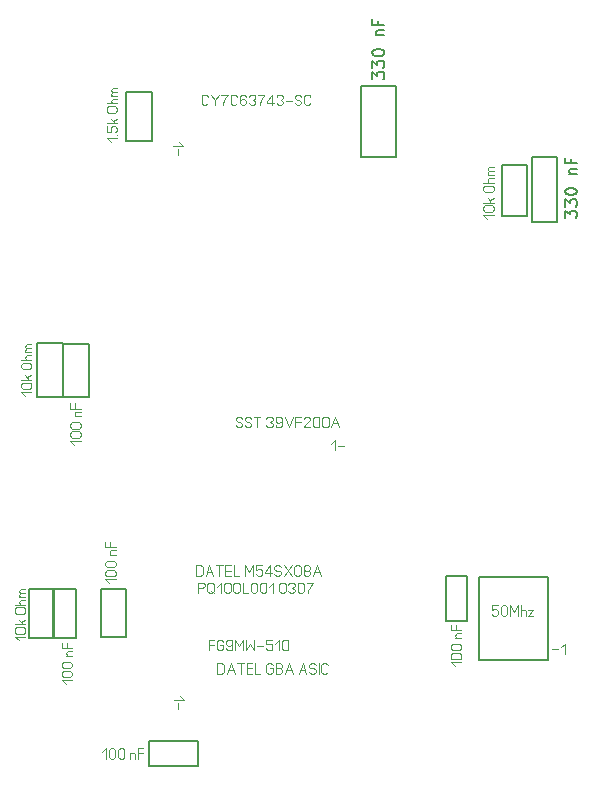
<source format=gbr>
%TF.GenerationSoftware,KiCad,Pcbnew,(6.0.2)*%
%TF.CreationDate,2022-07-19T18:02:22-05:00*%
%TF.ProjectId,REF1512B,52454631-3531-4324-922e-6b696361645f,rev?*%
%TF.SameCoordinates,Original*%
%TF.FileFunction,Legend,Top*%
%TF.FilePolarity,Positive*%
%FSLAX46Y46*%
G04 Gerber Fmt 4.6, Leading zero omitted, Abs format (unit mm)*
G04 Created by KiCad (PCBNEW (6.0.2)) date 2022-07-19 18:02:22*
%MOMM*%
%LPD*%
G01*
G04 APERTURE LIST*
%ADD10C,0.111000*%
%ADD11C,0.200000*%
%ADD12C,0.150000*%
G04 APERTURE END LIST*
D10*
X149046000Y-109211700D02*
X148912600Y-109267200D01*
X152068800Y-68976500D02*
X151935400Y-68921000D01*
X136425700Y-67965600D02*
X136814600Y-67965600D01*
X150775500Y-115410900D02*
X150775500Y-114855300D01*
X128569200Y-110797800D02*
X128647000Y-110731200D01*
X129035900Y-113388700D02*
X128147000Y-113388700D01*
X128535900Y-110931200D02*
X128569200Y-110797800D01*
X136314600Y-71267500D02*
X136425700Y-71200900D01*
X147188900Y-95797400D02*
X147322200Y-95853000D01*
X136966700Y-124689800D02*
X136900000Y-124578700D01*
X144658200Y-110735700D02*
X144524900Y-110680100D01*
X136695600Y-106867000D02*
X135806700Y-106867000D01*
X145647200Y-68532100D02*
X146180500Y-68532100D01*
X150468000Y-109267200D02*
X150601400Y-109211700D01*
D11*
X167413700Y-109346600D02*
X173287400Y-109346600D01*
D10*
X154578200Y-117506400D02*
X154444900Y-117561900D01*
X172035800Y-112140700D02*
X171635800Y-112640700D01*
X146375800Y-115577500D02*
X146509100Y-115522000D01*
X148613500Y-109902300D02*
X148680200Y-110013400D01*
X154179400Y-95964100D02*
X154246000Y-95853000D01*
X150698500Y-117173000D02*
X150765200Y-117284100D01*
X153134500Y-108656100D02*
X153067900Y-108767200D01*
X152713100Y-69365400D02*
X152646500Y-69254300D01*
X165223000Y-116349200D02*
X165111900Y-116282500D01*
X136403500Y-68299000D02*
X136314600Y-68165600D01*
X147535900Y-68921000D02*
X147669200Y-68976500D01*
X128680300Y-111308900D02*
X129035900Y-111308900D01*
X146109100Y-115522000D02*
X146242500Y-115577500D01*
X169836000Y-112474000D02*
X169769300Y-112585100D01*
X165556400Y-114536100D02*
X165478600Y-114469400D01*
X145641100Y-117561900D02*
X145307700Y-117561900D01*
X149953400Y-115410900D02*
X149886700Y-115522000D01*
X144213900Y-110013400D02*
X144213900Y-110124600D01*
X128662900Y-91436400D02*
X128718500Y-91303100D01*
X165945200Y-115238200D02*
X165945200Y-115371500D01*
X150646700Y-69421000D02*
X150513400Y-69421000D01*
X128480300Y-114744100D02*
X128147000Y-114410800D01*
X148779300Y-108711700D02*
X148912600Y-108711700D01*
X148991200Y-109902300D02*
X149124600Y-109846800D01*
X151071000Y-110013400D02*
X151071000Y-110569000D01*
X168294800Y-75012400D02*
X168683700Y-75012400D01*
X148166600Y-96408500D02*
X148099900Y-96297400D01*
X150231800Y-117117500D02*
X150565200Y-117117500D01*
X154379400Y-96686300D02*
X154246000Y-96630700D01*
X168858300Y-112640700D02*
X168724900Y-112640700D01*
X154644900Y-117395200D02*
X154578200Y-117506400D01*
X148313600Y-68532100D02*
X148446900Y-68587600D01*
X144791600Y-109846800D02*
X144924900Y-109902300D01*
X136189000Y-123912000D02*
X136322300Y-123856500D01*
X149654100Y-116673000D02*
X149787500Y-116673000D01*
X144553700Y-115133100D02*
X145020300Y-115133100D01*
X132830100Y-97377000D02*
X132830100Y-97243700D01*
X147699900Y-96630700D02*
X147833200Y-96686300D01*
X148891300Y-69198800D02*
X148891300Y-69421000D01*
X152646500Y-68698800D02*
X152713100Y-68587600D01*
X133004600Y-115399800D02*
X132115700Y-115399800D01*
X149257900Y-110735700D02*
X149124600Y-110735700D01*
X135806700Y-106867000D02*
X135806700Y-106400400D01*
X144553700Y-115577500D02*
X144553700Y-114688600D01*
X153468300Y-95853000D02*
X153601600Y-95797400D01*
X154646000Y-96630700D02*
X154512700Y-96686300D01*
X148485300Y-116673000D02*
X148485300Y-117561900D01*
X152511700Y-116673000D02*
X152845000Y-117561900D01*
X145980500Y-68809900D02*
X145847200Y-69032100D01*
X151091100Y-69032100D02*
X151624400Y-69032100D01*
X145988300Y-109267200D02*
X145988300Y-108378300D01*
D11*
X173287400Y-116411000D02*
X167413700Y-116411000D01*
D10*
X133163400Y-98154700D02*
X132830100Y-97821400D01*
X135806700Y-109124500D02*
X135806700Y-108991200D01*
X168683700Y-77670000D02*
X167794800Y-77670000D01*
X150565200Y-117561900D02*
X150231800Y-117561900D01*
X152934500Y-108822800D02*
X153067900Y-108878300D01*
X150690700Y-96630700D02*
X150757400Y-96519600D01*
X151782000Y-109902300D02*
X151848700Y-110013400D01*
X149654100Y-117561900D02*
X149520800Y-117506400D01*
X136695600Y-108991200D02*
X136695600Y-109124500D01*
X128718500Y-91303100D02*
X128829600Y-91236400D01*
D11*
X130028000Y-94146300D02*
X130028000Y-89582200D01*
D10*
X147188900Y-96686300D02*
X147322200Y-96630700D01*
X132830100Y-97243700D02*
X132885700Y-97110400D01*
X150912400Y-108378300D02*
X151579100Y-109267200D01*
X153868300Y-96630700D02*
X153735000Y-96686300D01*
X151935400Y-68587600D02*
X152068800Y-68532100D01*
X133719000Y-97377000D02*
X133663400Y-97510400D01*
X168591600Y-112140700D02*
X168724900Y-112085100D01*
X168724900Y-112085100D02*
X168858300Y-112085100D01*
X146855600Y-96519600D02*
X146922200Y-96630700D01*
X147966600Y-95797400D02*
X148099900Y-95853000D01*
X136195600Y-107311400D02*
X136228900Y-107178100D01*
X153134500Y-109100600D02*
X153067900Y-109211700D01*
X138579800Y-124745400D02*
X138579800Y-123856500D01*
X138135400Y-124245400D02*
X138268700Y-124278700D01*
X135973300Y-109324500D02*
X135862200Y-109257900D01*
X128680300Y-111708900D02*
X128569200Y-111642200D01*
X146724700Y-109902300D02*
X146858000Y-109846800D01*
X149124600Y-110735700D02*
X148991200Y-110680100D01*
X128147000Y-113966400D02*
X128147000Y-113833100D01*
X148099900Y-96630700D02*
X148166600Y-96519600D01*
X135862200Y-109257900D02*
X135806700Y-109124500D01*
X151648700Y-110735700D02*
X151515400Y-110735700D01*
X129551800Y-92671800D02*
X128662900Y-92671800D01*
X146213700Y-110735700D02*
X146080400Y-110735700D01*
X144991600Y-110569000D02*
X144924900Y-110680100D01*
X144291700Y-69421000D02*
X144158400Y-69421000D01*
X145598100Y-114688600D02*
X145731400Y-114744200D01*
D11*
X173287400Y-109346600D02*
X173287400Y-116411000D01*
D10*
X129162900Y-90014300D02*
X129551800Y-90014300D01*
X153601600Y-95797400D02*
X153735000Y-95797400D01*
X146347000Y-109902300D02*
X146413700Y-110013400D01*
X154712700Y-96519600D02*
X154646000Y-96630700D01*
X147699900Y-96186300D02*
X147633200Y-96075200D01*
X147774200Y-117117500D02*
X148240900Y-117117500D01*
X136092400Y-69521100D02*
X136647900Y-69521100D01*
X165889700Y-116282500D02*
X165778600Y-116349200D01*
X132830100Y-95119500D02*
X132830100Y-94652900D01*
X142005700Y-120004900D02*
X142005700Y-120538300D01*
X128718500Y-91703100D02*
X128662900Y-91569700D01*
X149787500Y-117561900D02*
X149654100Y-117561900D01*
X146858000Y-109846800D02*
X146991400Y-109846800D01*
X143988500Y-109211700D02*
X143855100Y-109267200D01*
X152646500Y-69254300D02*
X152646500Y-68698800D01*
X150468000Y-108378300D02*
X150601400Y-108433900D01*
X136695600Y-107511400D02*
X136195600Y-107511400D01*
X150380000Y-69365400D02*
X150313400Y-69254300D01*
X136314600Y-68165600D02*
X136347900Y-68032300D01*
X144632800Y-108378300D02*
X144966200Y-109267200D01*
X169502600Y-112640700D02*
X169369300Y-112585100D01*
X152311700Y-117228600D02*
X152711700Y-117228600D01*
D11*
X174041500Y-73786600D02*
X171898400Y-73786600D01*
D10*
X150668000Y-108989400D02*
X150601400Y-108878300D01*
X132837900Y-116546300D02*
X132949100Y-116613000D01*
X151335100Y-96686300D02*
X151668400Y-95797400D01*
X165889700Y-115104800D02*
X165945200Y-115238200D01*
X150604300Y-110680100D02*
X150537600Y-110569000D01*
X152290200Y-108433900D02*
X152356800Y-108545000D01*
X153067900Y-108767200D02*
X152934500Y-108822800D01*
X150231800Y-116673000D02*
X150565200Y-116673000D01*
X167850300Y-76301200D02*
X167961500Y-76234500D01*
X128202500Y-114099700D02*
X128147000Y-113966400D01*
X129551800Y-90347600D02*
X129051800Y-90347600D01*
X136759100Y-69987700D02*
X136647900Y-70054400D01*
X152093000Y-110569000D02*
X152093000Y-110013400D01*
X136695600Y-108213500D02*
X136695600Y-108346800D01*
X148397900Y-115577500D02*
X148397900Y-114688600D01*
X147669200Y-69365400D02*
X147535900Y-69421000D01*
X146991400Y-109846800D02*
X147124700Y-109902300D01*
X128647000Y-110731200D02*
X129035900Y-110731200D01*
X153622800Y-117395200D02*
X153622800Y-117284100D01*
X146375800Y-114688600D02*
X146509100Y-114744200D01*
X136314600Y-71734200D02*
X136314600Y-71667500D01*
X149646400Y-95797400D02*
X149779700Y-95797400D01*
X143958400Y-69254300D02*
X143958400Y-68698800D01*
X147486800Y-114688600D02*
X147486800Y-115577500D01*
X149112600Y-109100600D02*
X149046000Y-109211700D01*
X149457900Y-110013400D02*
X149457900Y-110569000D01*
X129496200Y-91703100D02*
X129385100Y-91769700D01*
X165111900Y-115882500D02*
X165223000Y-115815900D01*
X150468000Y-108822800D02*
X150334700Y-108822800D01*
X170991400Y-112285100D02*
X171058100Y-112174000D01*
X135973300Y-108791200D02*
X136528900Y-108791200D01*
D11*
X135425600Y-114426600D02*
X135425600Y-110378500D01*
D10*
X152156800Y-108378300D02*
X152290200Y-108433900D01*
X145841100Y-116839700D02*
X145841100Y-117395200D01*
X146375800Y-115188600D02*
X146242500Y-115188600D01*
X154178200Y-116728600D02*
X154311500Y-116673000D01*
X132837900Y-117857300D02*
X132282400Y-117857300D01*
X146922200Y-96630700D02*
X147055600Y-96686300D01*
X148480200Y-110735700D02*
X148346800Y-110735700D01*
D11*
X132250600Y-94106600D02*
X132250600Y-89621900D01*
D10*
X152426400Y-109846800D02*
X152559700Y-109902300D01*
X169058300Y-112474000D02*
X168991600Y-112585100D01*
X132282400Y-117324000D02*
X132837900Y-117324000D01*
X149886700Y-115522000D02*
X149753400Y-115577500D01*
X136347900Y-68365600D02*
X136425700Y-68299000D01*
X128147000Y-112153300D02*
X128202500Y-112019900D01*
X129051800Y-89881000D02*
X129085100Y-89747600D01*
X145531400Y-115133100D02*
X145798100Y-115133100D01*
X147402600Y-68532100D02*
X147269200Y-68587600D01*
X168272600Y-75345800D02*
X168183700Y-75212400D01*
X153337400Y-109957900D02*
X153204100Y-110124600D01*
X154379400Y-95797400D02*
X154512700Y-95797400D01*
X165111900Y-115104800D02*
X165223000Y-115038200D01*
X174716000Y-115006200D02*
X174716000Y-115895000D01*
X133663400Y-96332700D02*
X133719000Y-96466000D01*
X146758200Y-68532100D02*
X146891500Y-68587600D01*
X150780000Y-68587600D02*
X150846700Y-68698800D01*
D11*
X131417100Y-110378500D02*
X133322100Y-110378500D01*
D10*
X155090400Y-96353000D02*
X155490400Y-96353000D01*
X147202600Y-68976500D02*
X147202600Y-69032100D01*
X148991200Y-110680100D02*
X148924600Y-110569000D01*
X147153500Y-115244200D02*
X147486800Y-114688600D01*
X149112600Y-108378300D02*
X148579300Y-108378300D01*
X135925700Y-71200900D02*
X135925700Y-71734200D01*
X147191400Y-110569000D02*
X147124700Y-110680100D01*
X150842100Y-114744200D02*
X150975500Y-114688600D01*
X132171300Y-117390700D02*
X132282400Y-117324000D01*
X153157300Y-96686300D02*
X152624000Y-96686300D01*
X145464800Y-114688600D02*
X145598100Y-114688600D01*
X136814600Y-69721100D02*
X136814600Y-69854400D01*
X150134700Y-109100600D02*
X150201400Y-109211700D01*
X136695600Y-108346800D02*
X136640000Y-108480200D01*
X148446900Y-68921000D02*
X148313600Y-68976500D01*
X168683700Y-76567800D02*
X168628100Y-76701200D01*
X145264800Y-114855300D02*
X145331400Y-114744200D01*
D11*
X139751500Y-68309700D02*
X139751500Y-72437200D01*
D10*
X151912800Y-95797400D02*
X152379500Y-95797400D01*
X149520800Y-117506400D02*
X149454100Y-117395200D01*
X152202100Y-68532100D02*
X152335400Y-68587600D01*
X135862200Y-108480200D02*
X135806700Y-108346800D01*
X147668200Y-109267200D02*
X147668200Y-108378300D01*
X147699900Y-95853000D02*
X147833200Y-95797400D01*
X168517000Y-77914300D02*
X168628100Y-77981000D01*
X133004600Y-116746300D02*
X133004600Y-116879600D01*
X154912100Y-98075400D02*
X155245400Y-97742100D01*
X150313400Y-68698800D02*
X150380000Y-68587600D01*
X151004300Y-110680100D02*
X150871000Y-110735700D01*
X154311500Y-117561900D02*
X154178200Y-117506400D01*
X153156100Y-116728600D02*
X153289400Y-116673000D01*
X151935400Y-69365400D02*
X152068800Y-69421000D01*
X144025000Y-68587600D02*
X144158400Y-68532100D01*
X151782000Y-110346800D02*
X151848700Y-110457900D01*
X133552300Y-97577000D02*
X132996800Y-97577000D01*
X168217000Y-75079100D02*
X168294800Y-75012400D01*
X153067900Y-108878300D02*
X153134500Y-108989400D01*
X153422800Y-116673000D02*
X153556100Y-116728600D01*
X147535900Y-68532100D02*
X147402600Y-68532100D01*
X148146800Y-110013400D02*
X148213500Y-109902300D01*
X150975500Y-115577500D02*
X150842100Y-115522000D01*
X153004100Y-110513400D02*
X153004100Y-110735700D01*
X128813600Y-113388700D02*
X128535900Y-112988700D01*
X132949100Y-117790700D02*
X132837900Y-117857300D01*
X152068800Y-69421000D02*
X152202100Y-69421000D01*
X144158400Y-69421000D02*
X144025000Y-69365400D01*
X128147000Y-113833100D02*
X128202500Y-113699700D01*
X132615700Y-115644200D02*
X133004600Y-115644200D01*
X150604300Y-109902300D02*
X150737600Y-109846800D01*
X135973300Y-108546800D02*
X135862200Y-108480200D01*
X150601400Y-108878300D02*
X150468000Y-108822800D01*
X144432800Y-108933900D02*
X144832800Y-108933900D01*
X136814600Y-69276700D02*
X135925700Y-69276700D01*
X150757400Y-95964100D02*
X150757400Y-96241800D01*
D11*
X169437700Y-74461300D02*
X171541200Y-74461300D01*
D10*
X136528900Y-109324500D02*
X135973300Y-109324500D01*
X154246000Y-96630700D02*
X154179400Y-96519600D01*
X148513600Y-68809900D02*
X148446900Y-68921000D01*
X135806700Y-108991200D02*
X135862200Y-108857900D01*
X147633200Y-96075200D02*
X147633200Y-95964100D01*
X133663400Y-97110400D02*
X133719000Y-97243700D01*
X150334700Y-108822800D02*
X150201400Y-108767200D01*
X168683700Y-76434500D02*
X168683700Y-76567800D01*
X129551800Y-93116200D02*
X129551800Y-93249500D01*
X149913000Y-96630700D02*
X149779700Y-96686300D01*
X135925700Y-72223000D02*
X136814600Y-72223000D01*
X153404100Y-109846800D02*
X153337400Y-109957900D01*
X152356800Y-108545000D02*
X152356800Y-109100600D01*
X152601200Y-108656100D02*
X152601200Y-108545000D01*
X146820200Y-115577500D02*
X146820200Y-114688600D01*
X150698500Y-117506400D02*
X150565200Y-117561900D01*
X128569200Y-111375600D02*
X128680300Y-111308900D01*
X152335400Y-69032100D02*
X152202100Y-68976500D01*
X167794800Y-78114300D02*
X167850300Y-77981000D01*
X150537600Y-110013400D02*
X150604300Y-109902300D01*
X143855100Y-109267200D02*
X143521800Y-109267200D01*
X136259100Y-72556300D02*
X135925700Y-72223000D01*
X168524900Y-112140700D02*
X168591600Y-112140700D01*
X129196200Y-90992000D02*
X129085100Y-90925400D01*
X147402600Y-69421000D02*
X147269200Y-69365400D01*
X149935700Y-68532100D02*
X149535700Y-69087600D01*
X165056400Y-116015900D02*
X165111900Y-115882500D01*
X137433300Y-124578700D02*
X137366700Y-124689800D01*
X136314600Y-68499000D02*
X136347900Y-68365600D01*
X150290700Y-95853000D02*
X150424000Y-95797400D01*
X150201400Y-108433900D02*
X150334700Y-108378300D01*
X129385100Y-91769700D02*
X128829600Y-91769700D01*
X145731400Y-114744200D02*
X145798100Y-114855300D01*
X148411000Y-95797400D02*
X148944300Y-95797400D01*
X145780500Y-69198800D02*
X145780500Y-69421000D01*
X148924600Y-110013400D02*
X148991200Y-109902300D01*
D11*
X129353400Y-114506000D02*
X129353400Y-110378500D01*
D10*
X152290200Y-109211700D02*
X152156800Y-109267200D01*
D11*
X132250600Y-89582200D02*
X132250600Y-94146300D01*
D10*
X150557400Y-96297400D02*
X150424000Y-96297400D01*
X150846700Y-68698800D02*
X150846700Y-68809900D01*
X147735900Y-68698800D02*
X147669200Y-68587600D01*
X153735000Y-96686300D02*
X153601600Y-96686300D01*
X147388900Y-96519600D02*
X147388900Y-96408500D01*
X132837900Y-117324000D02*
X132949100Y-117390700D01*
X144213900Y-110124600D02*
X144147200Y-110235700D01*
X148912600Y-108711700D02*
X149046000Y-108767200D01*
D11*
X137568700Y-110378500D02*
X137568700Y-114426600D01*
D10*
X149920800Y-116728600D02*
X149987500Y-116839700D01*
D11*
X137568700Y-114426600D02*
X135425600Y-114426600D01*
D10*
X153089400Y-117395200D02*
X153156100Y-117506400D01*
D11*
X133322100Y-114506000D02*
X131417100Y-114506000D01*
D10*
X128535900Y-110597800D02*
X128569200Y-110464500D01*
X168217000Y-75656800D02*
X168328100Y-75590200D01*
X154646000Y-95853000D02*
X154712700Y-95964100D01*
X132949100Y-117390700D02*
X133004600Y-117524000D01*
X150780000Y-68921000D02*
X150646700Y-68976500D01*
X168628100Y-77981000D02*
X168683700Y-78114300D01*
D11*
X131456800Y-114506000D02*
X129353400Y-114506000D01*
D10*
X148313600Y-68976500D02*
X148446900Y-69032100D01*
X128662900Y-93116200D02*
X128718500Y-92982900D01*
X148180300Y-68532100D02*
X148313600Y-68532100D01*
X136592400Y-70956500D02*
X136314600Y-70556500D01*
X149953400Y-115188600D02*
X149953400Y-115410900D01*
X146855600Y-95964100D02*
X146922200Y-95853000D01*
X149935700Y-69421000D02*
X149935700Y-68532100D01*
X167961500Y-77914300D02*
X168517000Y-77914300D01*
X128313600Y-114166400D02*
X128202500Y-114099700D01*
X144791600Y-110735700D02*
X144658200Y-110735700D01*
X149753400Y-115577500D02*
X149620100Y-115577500D01*
X150224000Y-96130700D02*
X150224000Y-95964100D01*
X144147200Y-109902300D02*
X144213900Y-110013400D01*
X171391400Y-112285100D02*
X171391400Y-112640700D01*
X165223000Y-115815900D02*
X165778600Y-115815900D01*
X152624000Y-96686300D02*
X152624000Y-96630700D01*
X147731300Y-114688600D02*
X147731300Y-115577500D01*
X147191400Y-110013400D02*
X147191400Y-110569000D01*
X152846500Y-69421000D02*
X152713100Y-69365400D01*
X165945200Y-116015900D02*
X165945200Y-116149200D01*
X135877900Y-123856500D02*
X135877900Y-124745400D01*
X149535700Y-69198800D02*
X150069000Y-69198800D01*
X133219000Y-95563900D02*
X133252300Y-95430600D01*
X129085100Y-90081000D02*
X129162900Y-90014300D01*
X152690600Y-96519600D02*
X153090600Y-96186300D01*
X148642400Y-115188600D02*
X149175700Y-115188600D01*
X148579300Y-108767200D02*
X148646000Y-108767200D01*
X149291300Y-68532100D02*
X149224600Y-68643200D01*
X150757400Y-96519600D02*
X150757400Y-96241800D01*
X136347900Y-68943400D02*
X136459100Y-68876700D01*
X168217000Y-74745800D02*
X168294800Y-74679100D01*
X148180300Y-69421000D02*
X148046900Y-69365400D01*
X146575800Y-115410900D02*
X146575800Y-115133100D01*
X165478600Y-114202800D02*
X165556400Y-114136100D01*
X148680200Y-110569000D02*
X148613500Y-110680100D01*
X132282400Y-116546300D02*
X132837900Y-116546300D01*
X150780000Y-69032100D02*
X150846700Y-69143200D01*
X133004600Y-117657300D02*
X132949100Y-117790700D01*
X152846500Y-68532100D02*
X152979800Y-68532100D01*
X138335400Y-124356500D02*
X138335400Y-124745400D01*
X147731300Y-115577500D02*
X148064600Y-115022000D01*
X136814600Y-71534200D02*
X136759100Y-71667500D01*
X149420100Y-115077500D02*
X149486700Y-115077500D01*
X138268700Y-124278700D02*
X138335400Y-124356500D01*
X149620100Y-115022000D02*
X149753400Y-115022000D01*
X132282400Y-117079600D02*
X132171300Y-117013000D01*
X133719000Y-95763900D02*
X133219000Y-95763900D01*
D11*
X137529000Y-68309700D02*
X139751500Y-68309700D01*
D10*
X146922200Y-96186300D02*
X146855600Y-96075200D01*
X151648700Y-110291200D02*
X151782000Y-110346800D01*
X146858000Y-110735700D02*
X146724700Y-110680100D01*
X168683700Y-75990200D02*
X167794800Y-75990200D01*
X132615700Y-116044200D02*
X132537900Y-115977600D01*
X148613500Y-110680100D02*
X148480200Y-110735700D01*
X149979700Y-96519600D02*
X149913000Y-96630700D01*
X153204100Y-110124600D02*
X153070800Y-110346800D01*
D11*
X132250600Y-89621900D02*
X134473000Y-89621900D01*
X169437700Y-78787200D02*
X169437700Y-74461300D01*
D10*
X146042500Y-115022000D02*
X146042500Y-114855300D01*
X168991600Y-112140700D02*
X169058300Y-112251800D01*
D11*
X167413700Y-116411000D02*
X167413700Y-109346600D01*
D10*
X152957300Y-95797400D02*
X152824000Y-95797400D01*
X147774200Y-116673000D02*
X148240900Y-116673000D01*
D11*
X160428700Y-67793800D02*
X160428700Y-73786600D01*
D10*
X145307700Y-117561900D02*
X145307700Y-116673000D01*
X136759100Y-71667500D02*
X136647900Y-71734200D01*
X144013900Y-110291200D02*
X143680600Y-110291200D01*
X128569200Y-110464500D02*
X128647000Y-110397800D01*
D11*
X157452100Y-73786600D02*
X157452100Y-67793800D01*
D10*
X147669200Y-68976500D02*
X147735900Y-69087600D01*
X149357000Y-109045000D02*
X149890300Y-109045000D01*
X128980300Y-112019900D02*
X129035900Y-112153300D01*
X132996800Y-96266000D02*
X133552300Y-96266000D01*
X132996800Y-96799300D02*
X132885700Y-96732700D01*
X149391200Y-109902300D02*
X149457900Y-110013400D01*
X136528900Y-108546800D02*
X135973300Y-108546800D01*
X149779700Y-96241800D02*
X149913000Y-96297400D01*
X135806700Y-109568900D02*
X136695600Y-109568900D01*
X133719000Y-95119500D02*
X132830100Y-95119500D01*
X151868800Y-69254300D02*
X151935400Y-69365400D01*
X136900000Y-124023100D02*
X136966700Y-123912000D01*
X136251100Y-106867000D02*
X136251100Y-106400400D01*
D11*
X157452100Y-67793800D02*
X160428700Y-67793800D01*
D10*
X153067900Y-108433900D02*
X153134500Y-108545000D01*
X136459100Y-68876700D02*
X136814600Y-68876700D01*
X149757000Y-108378300D02*
X149357000Y-108933900D01*
X146699400Y-109267200D02*
X147166100Y-109267200D01*
X150537600Y-110569000D02*
X150537600Y-110013400D01*
X144291700Y-68532100D02*
X144425000Y-68587600D01*
X150134700Y-108656100D02*
X150134700Y-108545000D01*
X133719000Y-97243700D02*
X133719000Y-97377000D01*
X151315400Y-110013400D02*
X151382000Y-109902300D01*
X146575800Y-114855300D02*
X146575800Y-115133100D01*
X146413700Y-110013400D02*
X146413700Y-110569000D01*
X148334900Y-108378300D02*
X148334900Y-109267200D01*
X150557400Y-95797400D02*
X150690700Y-95853000D01*
X132830100Y-97821400D02*
X133719000Y-97821400D01*
X143855100Y-108378300D02*
X143988500Y-108433900D01*
X136347900Y-69210000D02*
X136314600Y-69076700D01*
X151868800Y-68698800D02*
X151935400Y-68587600D01*
X148213500Y-109902300D02*
X148346800Y-109846800D01*
X149257900Y-109846800D02*
X149391200Y-109902300D01*
X151848700Y-110124600D02*
X151782000Y-110235700D01*
X147633200Y-95964100D02*
X147699900Y-95853000D01*
X152601200Y-109100600D02*
X152601200Y-108989400D01*
X146758200Y-69421000D02*
X146624900Y-69421000D01*
X151868800Y-68809900D02*
X151868800Y-68698800D01*
X132830100Y-96466000D02*
X132885700Y-96332700D01*
X129035900Y-112286600D02*
X128980300Y-112419900D01*
X149886700Y-115077500D02*
X149953400Y-115188600D01*
X147055600Y-95797400D02*
X147188900Y-95797400D01*
X152690600Y-95853000D02*
X152624000Y-95964100D01*
X151935400Y-68921000D02*
X151868800Y-68809900D01*
X149513000Y-96630700D02*
X149446400Y-96519600D01*
X165056400Y-115371500D02*
X165056400Y-115238200D01*
D11*
X164635600Y-109306900D02*
X164635600Y-113116900D01*
D10*
X152202100Y-69421000D02*
X152335400Y-69365400D01*
X149787500Y-116673000D02*
X149920800Y-116728600D01*
X136528900Y-108791200D02*
X136640000Y-108857900D01*
X129329600Y-92671800D02*
X129051800Y-92271800D01*
X169769300Y-112585100D02*
X169636000Y-112640700D01*
X145774400Y-116728600D02*
X145841100Y-116839700D01*
X150668000Y-109100600D02*
X150668000Y-108989400D01*
X147124700Y-110680100D02*
X146991400Y-110735700D01*
X143521800Y-108378300D02*
X143855100Y-108378300D01*
X148346800Y-110735700D02*
X148213500Y-110680100D01*
X152824000Y-95797400D02*
X152690600Y-95853000D01*
X146891500Y-68587600D02*
X146958200Y-68698800D01*
X136189000Y-124689800D02*
X136122300Y-124578700D01*
X147263200Y-117561900D02*
X147263200Y-116673000D01*
X153712200Y-108378300D02*
X154045600Y-109267200D01*
X149913000Y-95853000D02*
X149979700Y-95964100D01*
X128980300Y-113699700D02*
X129035900Y-113833100D01*
X146509100Y-114744200D02*
X146575800Y-114855300D01*
X146658000Y-110569000D02*
X146658000Y-110013400D01*
X132171300Y-116613000D02*
X132282400Y-116546300D01*
X129035900Y-113833100D02*
X129035900Y-113966400D01*
X154444900Y-116673000D02*
X154578200Y-116728600D01*
X152870800Y-109846800D02*
X153404100Y-109846800D01*
X142093000Y-72556300D02*
X142426300Y-72889600D01*
X168183700Y-75790200D02*
X168217000Y-75656800D01*
X150565200Y-116673000D02*
X150698500Y-116728600D01*
X153401600Y-95964100D02*
X153468300Y-95853000D01*
X143680600Y-110735700D02*
X143680600Y-109846800D01*
X128702500Y-113188700D02*
X129035900Y-112988700D01*
X151108800Y-114688600D02*
X151242100Y-114744200D01*
X152335400Y-68587600D02*
X152402100Y-68698800D01*
X165445200Y-114336100D02*
X165478600Y-114202800D01*
X153935000Y-96519600D02*
X153868300Y-96630700D01*
X128147000Y-114410800D02*
X129035900Y-114410800D01*
X171324800Y-112174000D02*
X171391400Y-112285100D01*
X150557400Y-96686300D02*
X150690700Y-96630700D01*
X167961500Y-78447600D02*
X167850300Y-78381000D01*
X147402600Y-68921000D02*
X147535900Y-68921000D01*
X136228900Y-107178100D02*
X136306700Y-107111400D01*
X129035900Y-111708900D02*
X128147000Y-111708900D01*
X146109100Y-115133100D02*
X146042500Y-115022000D01*
X136259100Y-71400900D02*
X136314600Y-71267500D01*
X168328100Y-75590200D02*
X168683700Y-75590200D01*
X144524900Y-109902300D02*
X144658200Y-109846800D01*
D11*
X171898400Y-79303200D02*
X174041500Y-79303200D01*
D10*
X149535700Y-69087600D02*
X149535700Y-69198800D01*
X150424000Y-96686300D02*
X150557400Y-96686300D01*
X150690700Y-95853000D02*
X150757400Y-95964100D01*
X136695600Y-109124500D02*
X136640000Y-109257900D01*
X153422800Y-117561900D02*
X153556100Y-117506400D01*
X150780000Y-69365400D02*
X150646700Y-69421000D01*
X136640000Y-108080200D02*
X136695600Y-108213500D01*
X144013900Y-109846800D02*
X144147200Y-109902300D01*
X150201400Y-108767200D02*
X150134700Y-108656100D01*
X146347000Y-110680100D02*
X146213700Y-110735700D01*
X136900000Y-124578700D02*
X136900000Y-124023100D01*
X132449100Y-118435000D02*
X132115700Y-118101700D01*
X150424000Y-96297400D02*
X150290700Y-96241800D01*
X148446900Y-69032100D02*
X148513600Y-69143200D01*
X145880400Y-110569000D02*
X145880400Y-110013400D01*
X149779700Y-95797400D02*
X149913000Y-95853000D01*
X150846700Y-69254300D02*
X150780000Y-69365400D01*
X138002100Y-124278700D02*
X138135400Y-124245400D01*
D11*
X134473000Y-89621900D02*
X134473000Y-94106600D01*
D10*
X128569200Y-111642200D02*
X128535900Y-111508900D01*
X129085100Y-90658700D02*
X129196200Y-90592000D01*
X171191400Y-112140700D02*
X171324800Y-112174000D01*
X150765200Y-116839700D02*
X150765200Y-116950800D01*
X136647900Y-70054400D02*
X136092400Y-70054400D01*
X152159700Y-110680100D02*
X152093000Y-110569000D01*
X136759100Y-71267500D02*
X136814600Y-71400900D01*
X165889700Y-115882500D02*
X165945200Y-116015900D01*
X144055100Y-109100600D02*
X143988500Y-109211700D01*
X151242100Y-114744200D02*
X151308800Y-114855300D01*
X146509100Y-115522000D02*
X146575800Y-115410900D01*
X148579300Y-108378300D02*
X148579300Y-108767200D01*
X129140700Y-90347600D02*
X129051800Y-90214300D01*
X136306700Y-107111400D02*
X136695600Y-107111400D01*
X149987500Y-117395200D02*
X149920800Y-117506400D01*
X136589000Y-124689800D02*
X136455600Y-124745400D01*
X136322300Y-124745400D02*
X136189000Y-124689800D01*
X132885700Y-96332700D02*
X132996800Y-96266000D01*
X147435800Y-110735700D02*
X147902400Y-110735700D01*
X132885700Y-97110400D02*
X132996800Y-97043700D01*
X150601400Y-108433900D02*
X150668000Y-108545000D01*
X136425700Y-71200900D02*
X136647900Y-71200900D01*
X144458200Y-110569000D02*
X144458200Y-110013400D01*
D11*
X143680600Y-125380400D02*
X139473700Y-125380400D01*
D10*
X143988500Y-108433900D02*
X144055100Y-108545000D01*
X152356800Y-109100600D02*
X152290200Y-109211700D01*
X148446900Y-69365400D02*
X148313600Y-69421000D01*
X152093000Y-110013400D02*
X152159700Y-109902300D01*
X136759100Y-69587700D02*
X136814600Y-69721100D01*
X146491500Y-69365400D02*
X146424900Y-69254300D01*
X148646000Y-108767200D02*
X148779300Y-108711700D01*
X151382000Y-109902300D02*
X151515400Y-109846800D01*
X147735900Y-69254300D02*
X147669200Y-69365400D01*
X151648700Y-109846800D02*
X151782000Y-109902300D01*
X145988300Y-108378300D02*
X146455000Y-108378300D01*
X136314600Y-71667500D02*
X136259100Y-71534200D01*
X150871000Y-109846800D02*
X151004300Y-109902300D01*
X136455600Y-123856500D02*
X136589000Y-123912000D01*
X151515400Y-110735700D02*
X151382000Y-110680100D01*
X153401600Y-96519600D02*
X153401600Y-95964100D01*
X151342900Y-116673000D02*
X151676200Y-117561900D01*
X146109100Y-114744200D02*
X146242500Y-114688600D01*
X147966600Y-96686300D02*
X148099900Y-96630700D01*
X146180500Y-68532100D02*
X146113800Y-68643200D01*
X152626400Y-110013400D02*
X152626400Y-110569000D01*
X137233300Y-124745400D02*
X137100000Y-124745400D01*
X148099900Y-96297400D02*
X147966600Y-96241800D01*
X168991600Y-112585100D02*
X168858300Y-112640700D01*
X152934500Y-109267200D02*
X152801200Y-109267200D01*
X152979800Y-69421000D02*
X152846500Y-69421000D01*
X165889700Y-115504800D02*
X165778600Y-115571500D01*
X168683700Y-78114300D02*
X168683700Y-78247600D01*
D11*
X166461200Y-109306900D02*
X164635600Y-109306900D01*
D10*
X148924600Y-110569000D02*
X148924600Y-110013400D01*
X144491700Y-69254300D02*
X144425000Y-69365400D01*
X148001500Y-108933900D02*
X148334900Y-108378300D01*
X148680200Y-110013400D02*
X148680200Y-110569000D01*
X147055600Y-96686300D02*
X147188900Y-96686300D01*
X144991600Y-110013400D02*
X144991600Y-110569000D01*
D11*
X131417100Y-114506000D02*
X131417100Y-110378500D01*
X171898400Y-73786600D02*
X171898400Y-79303200D01*
D10*
X153556100Y-116728600D02*
X153622800Y-116839700D01*
X171635800Y-112140700D02*
X172035800Y-112140700D01*
X151912800Y-96241800D02*
X152379500Y-96241800D01*
X144736100Y-68532100D02*
X145069400Y-68976500D01*
X151071000Y-110569000D02*
X151004300Y-110680100D01*
X133330100Y-95763900D02*
X133252300Y-95697300D01*
X129085100Y-89747600D02*
X129162900Y-89681000D01*
X151108800Y-115577500D02*
X150975500Y-115577500D01*
X167794800Y-76567800D02*
X167794800Y-76434500D01*
X153156100Y-117061900D02*
X153089400Y-116950800D01*
X132171300Y-117013000D02*
X132115700Y-116879600D01*
X153422800Y-117117500D02*
X153289400Y-117117500D01*
X137935400Y-124745400D02*
X137935400Y-124245400D01*
X146575800Y-115133100D02*
X146575800Y-115077500D01*
X144458200Y-110013400D02*
X144524900Y-109902300D01*
D11*
X134473000Y-94106600D02*
X132250600Y-94106600D01*
D10*
X137935400Y-124356500D02*
X138002100Y-124278700D01*
X149486700Y-115522000D02*
X149420100Y-115410900D01*
X142172400Y-119427200D02*
X142505700Y-119760600D01*
X145331400Y-114744200D02*
X145464800Y-114688600D01*
X149454100Y-117395200D02*
X149454100Y-116839700D01*
X152667900Y-108767200D02*
X152601200Y-108656100D01*
X150134700Y-108545000D02*
X150201400Y-108433900D01*
X153134500Y-108545000D02*
X153134500Y-108656100D01*
X136481300Y-70756500D02*
X136814600Y-70556500D01*
X133252300Y-95697300D02*
X133219000Y-95563900D01*
X152559700Y-109902300D02*
X152626400Y-110013400D01*
X147322200Y-96630700D02*
X147388900Y-96519600D01*
X148346800Y-109846800D02*
X148480200Y-109846800D01*
X150201400Y-109211700D02*
X150334700Y-109267200D01*
X168683700Y-78247600D02*
X168628100Y-78381000D01*
X150912400Y-109267200D02*
X151579100Y-108378300D01*
D11*
X139473700Y-125380400D02*
X139473700Y-123276900D01*
D10*
X169058300Y-111751800D02*
X168524900Y-111751800D01*
X128869200Y-114166400D02*
X128313600Y-114166400D01*
X128535900Y-111508900D02*
X128569200Y-111375600D01*
X165500800Y-113891700D02*
X165500800Y-113425000D01*
X128829600Y-93449500D02*
X128718500Y-93382900D01*
X147202600Y-69254300D02*
X147202600Y-68976500D01*
X165056400Y-116149200D02*
X165056400Y-116015900D01*
X153378900Y-109267200D02*
X153712200Y-108378300D01*
X144055100Y-108545000D02*
X144055100Y-109100600D01*
X128980300Y-114099700D02*
X128869200Y-114166400D01*
X129551800Y-93249500D02*
X129496200Y-93382900D01*
D11*
X131456800Y-110378500D02*
X131456800Y-114506000D01*
D10*
X152293000Y-109846800D02*
X152426400Y-109846800D01*
X150842100Y-115522000D02*
X150775500Y-115410900D01*
X165056400Y-116593600D02*
X165945200Y-116593600D01*
X167794800Y-78692000D02*
X168683700Y-78692000D01*
X146455000Y-109267200D02*
X145988300Y-109267200D01*
X149486700Y-115077500D02*
X149620100Y-115022000D01*
X136459100Y-69276700D02*
X136347900Y-69210000D01*
X154712700Y-95964100D02*
X154712700Y-96519600D01*
X168628100Y-78381000D02*
X168517000Y-78447600D01*
X146242500Y-115577500D02*
X146375800Y-115577500D01*
X147980300Y-68698800D02*
X148046900Y-68587600D01*
X133252300Y-95430600D02*
X133330100Y-95363900D01*
X154512700Y-95797400D02*
X154646000Y-95853000D01*
X149513000Y-95853000D02*
X149646400Y-95797400D01*
X132115700Y-116879600D02*
X132115700Y-116746300D01*
X142426300Y-72889600D02*
X141537400Y-72889600D01*
X136425700Y-68299000D02*
X136814600Y-68299000D01*
X135981300Y-69987700D02*
X135925700Y-69854400D01*
X144924900Y-109902300D02*
X144991600Y-110013400D01*
X132837900Y-117079600D02*
X132282400Y-117079600D01*
X136814600Y-71978600D02*
X136814600Y-71978600D01*
X148958000Y-69032100D02*
X148891300Y-69198800D01*
X146418800Y-116673000D02*
X146752100Y-117561900D01*
X136228900Y-107444800D02*
X136195600Y-107311400D01*
X144425000Y-69365400D02*
X144291700Y-69421000D01*
X150646700Y-68976500D02*
X150780000Y-69032100D01*
X128829600Y-91236400D02*
X129385100Y-91236400D01*
X145210600Y-108378300D02*
X145743900Y-108378300D01*
X149979700Y-95964100D02*
X149979700Y-96075200D01*
X129162900Y-89681000D02*
X129551800Y-89681000D01*
X173604900Y-115506200D02*
X174138300Y-115506200D01*
X129385100Y-92916200D02*
X129496200Y-92982900D01*
X151004300Y-109902300D02*
X151071000Y-110013400D01*
X153113100Y-69365400D02*
X152979800Y-69421000D01*
X132560200Y-115399800D02*
X132560200Y-114933200D01*
X144425000Y-68587600D02*
X144491700Y-68698800D01*
X142505700Y-119760600D02*
X141616800Y-119760600D01*
X129196200Y-90592000D02*
X129551800Y-90592000D01*
X149124600Y-109846800D02*
X149257900Y-109846800D01*
X128996200Y-94027200D02*
X128662900Y-93693900D01*
X148485300Y-117561900D02*
X148952000Y-117561900D01*
X129051800Y-90214300D02*
X129085100Y-90081000D01*
X170747000Y-111751800D02*
X170747000Y-112640700D01*
X128313600Y-113633100D02*
X128869200Y-113633100D01*
X168328100Y-75990200D02*
X168217000Y-75923500D01*
X148513600Y-69143200D02*
X148513600Y-69254300D01*
X132115700Y-117524000D02*
X132171300Y-117390700D01*
X128662900Y-93249500D02*
X128662900Y-93116200D01*
X148779300Y-109267200D02*
X148646000Y-109211700D01*
X151848700Y-110569000D02*
X151782000Y-110680100D01*
X136314600Y-69076700D02*
X136347900Y-68943400D01*
X128147000Y-112286600D02*
X128147000Y-112153300D01*
X155290400Y-95797400D02*
X155623700Y-96686300D01*
X136122300Y-124578700D02*
X136122300Y-124023100D01*
X147188900Y-96241800D02*
X147055600Y-96241800D01*
X147435800Y-109846800D02*
X147435800Y-110735700D01*
X149620100Y-115577500D02*
X149486700Y-115522000D01*
X149446400Y-95964100D02*
X149513000Y-95853000D01*
X146891500Y-69365400D02*
X146758200Y-69421000D01*
X152402100Y-69143200D02*
X152335400Y-69032100D01*
X169369300Y-112585100D02*
X169302600Y-112474000D01*
D11*
X171541200Y-74461300D02*
X171541200Y-78787200D01*
D10*
X149757000Y-109267200D02*
X149757000Y-108378300D01*
X133330100Y-95363900D02*
X133719000Y-95363900D01*
X133663400Y-96732700D02*
X133552300Y-96799300D01*
X153556100Y-117506400D02*
X153622800Y-117395200D01*
X152667900Y-108878300D02*
X152801200Y-108822800D01*
X145069400Y-68976500D02*
X145402700Y-68532100D01*
X147055600Y-96241800D02*
X146922200Y-96186300D01*
X147833200Y-95797400D02*
X147966600Y-95797400D01*
X149224600Y-68643200D02*
X149091300Y-68809900D01*
X165223000Y-115571500D02*
X165111900Y-115504800D01*
X165945200Y-113891700D02*
X165056400Y-113891700D01*
X150035600Y-109846800D02*
X150035600Y-110735700D01*
X152801200Y-108378300D02*
X152934500Y-108378300D01*
X146080400Y-109846800D02*
X146213700Y-109846800D01*
X154246000Y-95853000D02*
X154379400Y-95797400D01*
X129496200Y-92982900D02*
X129551800Y-93116200D01*
X145841100Y-117395200D02*
X145774400Y-117506400D01*
X137100000Y-124745400D02*
X136966700Y-124689800D01*
X153134500Y-108989400D02*
X153134500Y-109100600D01*
X149953400Y-114688600D02*
X149420100Y-114688600D01*
X153090600Y-96186300D02*
X153157300Y-96075200D01*
X146242500Y-114688600D02*
X146375800Y-114688600D01*
X148513600Y-68698800D02*
X148513600Y-68809900D01*
X147774200Y-117561900D02*
X147774200Y-116673000D01*
X150334700Y-108378300D02*
X150468000Y-108378300D01*
X136647900Y-69521100D02*
X136759100Y-69587700D01*
X135806700Y-108213500D02*
X135862200Y-108080200D01*
X144924900Y-110680100D02*
X144791600Y-110735700D01*
X146575800Y-115077500D02*
X146375800Y-115188600D01*
X165945200Y-115371500D02*
X165889700Y-115504800D01*
X165223000Y-115038200D02*
X165778600Y-115038200D01*
X153157300Y-96075200D02*
X153157300Y-95964100D01*
X152426400Y-110735700D02*
X152293000Y-110735700D01*
X145774400Y-117506400D02*
X145641100Y-117561900D01*
X148099900Y-95853000D02*
X148166600Y-95964100D01*
X153089400Y-116950800D02*
X153089400Y-116839700D01*
X148677600Y-96686300D02*
X148677600Y-95797400D01*
X132885700Y-97510400D02*
X132830100Y-97377000D01*
X165056400Y-115238200D02*
X165111900Y-115104800D01*
X151515400Y-109846800D02*
X151648700Y-109846800D01*
X167850300Y-77981000D02*
X167961500Y-77914300D01*
X165478600Y-114469400D02*
X165445200Y-114336100D01*
X133274500Y-95119500D02*
X133274500Y-94652900D01*
X152293000Y-110735700D02*
X152159700Y-110680100D01*
X150513400Y-68532100D02*
X150646700Y-68532100D01*
X146922200Y-95853000D02*
X147055600Y-95797400D01*
X169502600Y-111751800D02*
X169636000Y-111751800D01*
D11*
X129353400Y-110378500D02*
X131456800Y-110378500D01*
D10*
X154957000Y-96686300D02*
X155290400Y-95797400D01*
X149457900Y-110569000D02*
X149391200Y-110680100D01*
X154111500Y-116839700D02*
X154178200Y-116728600D01*
X169302600Y-111918400D02*
X169369300Y-111807300D01*
X144658200Y-109846800D02*
X144791600Y-109846800D01*
X152624000Y-96630700D02*
X152690600Y-96519600D01*
X151823500Y-108545000D02*
X151890200Y-108433900D01*
X136092400Y-70054400D02*
X135981300Y-69987700D01*
X129551800Y-91569700D02*
X129496200Y-91703100D01*
X136347900Y-68032300D02*
X136425700Y-67965600D01*
X128313600Y-112486600D02*
X128202500Y-112419900D01*
X149979700Y-96408500D02*
X149979700Y-96519600D01*
X128662900Y-93693900D02*
X129551800Y-93693900D01*
X150513400Y-69421000D02*
X150380000Y-69365400D01*
X128662900Y-91569700D02*
X128662900Y-91436400D01*
X144553700Y-114688600D02*
X145020300Y-114688600D01*
D11*
X130028000Y-89582200D02*
X132250600Y-89582200D01*
D10*
X170080300Y-112640700D02*
X170080300Y-111751800D01*
X153935000Y-95964100D02*
X153935000Y-96519600D01*
X147833200Y-96686300D02*
X147966600Y-96686300D01*
X133004600Y-116044200D02*
X132504600Y-116044200D01*
X145302600Y-110180100D02*
X145636000Y-109846800D01*
X150197800Y-115022000D02*
X150531100Y-114688600D01*
X135925700Y-69854400D02*
X135925700Y-69721100D01*
X153179800Y-69254300D02*
X153113100Y-69365400D01*
X150698500Y-116728600D02*
X150765200Y-116839700D01*
X148213500Y-110680100D02*
X148146800Y-110569000D01*
X167850300Y-78381000D02*
X167794800Y-78247600D01*
X153156100Y-117506400D02*
X153289400Y-117561900D01*
X128624800Y-110731200D02*
X128535900Y-110597800D01*
X147668200Y-108378300D02*
X148001500Y-108933900D01*
X132830100Y-96599300D02*
X132830100Y-96466000D01*
X147202600Y-68698800D02*
X147202600Y-68976500D01*
X148513600Y-69254300D02*
X148446900Y-69365400D01*
X146218800Y-117228600D02*
X146618800Y-117228600D01*
X147966600Y-96241800D02*
X147833200Y-96241800D01*
X153113100Y-68587600D02*
X153179800Y-68698800D01*
X148313600Y-69421000D02*
X148180300Y-69421000D01*
X128869200Y-112486600D02*
X128313600Y-112486600D01*
X146413700Y-110569000D02*
X146347000Y-110680100D01*
X145641100Y-116673000D02*
X145774400Y-116728600D01*
X165111900Y-116282500D02*
X165056400Y-116149200D01*
X170080300Y-111751800D02*
X170413700Y-112307300D01*
X132885700Y-96732700D02*
X132830100Y-96599300D01*
X169302600Y-112474000D02*
X169302600Y-111918400D01*
X137233300Y-123856500D02*
X137366700Y-123912000D01*
X150565200Y-117117500D02*
X150698500Y-117173000D01*
X149357000Y-108933900D02*
X149357000Y-109045000D01*
X132996800Y-97577000D02*
X132885700Y-97510400D01*
X146624900Y-69421000D02*
X146491500Y-69365400D01*
X152601200Y-108989400D02*
X152667900Y-108878300D01*
X147269200Y-68587600D02*
X147202600Y-68698800D01*
X150765200Y-117395200D02*
X150698500Y-117506400D01*
X136814600Y-69854400D02*
X136759100Y-69987700D01*
X152023500Y-109267200D02*
X151890200Y-109211700D01*
X153289400Y-116673000D02*
X153422800Y-116673000D01*
X146958200Y-69254300D02*
X146891500Y-69365400D01*
X135862200Y-108857900D02*
X135973300Y-108791200D01*
X149779700Y-96686300D02*
X149646400Y-96686300D01*
X146113800Y-68643200D02*
X145980500Y-68809900D01*
X128624800Y-111064500D02*
X128535900Y-110931200D01*
X146724700Y-110680100D02*
X146658000Y-110569000D01*
X150334700Y-109267200D02*
X150468000Y-109267200D01*
X136640000Y-108857900D02*
X136695600Y-108991200D01*
X145264800Y-115410900D02*
X145264800Y-114855300D01*
X145477300Y-109267200D02*
X145477300Y-108378300D01*
X136814600Y-70956500D02*
X135925700Y-70956500D01*
X168183700Y-74879100D02*
X168217000Y-74745800D01*
X133004600Y-117524000D02*
X133004600Y-117657300D01*
X145331400Y-115522000D02*
X145264800Y-115410900D01*
X169636000Y-112640700D02*
X169502600Y-112640700D01*
X146699400Y-108378300D02*
X146699400Y-109267200D01*
X148646000Y-109211700D02*
X148579300Y-109100600D01*
X150757400Y-96186300D02*
X150557400Y-96297400D01*
X150765200Y-117284100D02*
X150765200Y-117395200D01*
X144299500Y-109267200D02*
X144632800Y-108378300D01*
X168350300Y-77470000D02*
X168683700Y-77270000D01*
X151848700Y-110457900D02*
X151848700Y-110569000D01*
X146820200Y-114688600D02*
X147153500Y-115244200D01*
X128313600Y-111953300D02*
X128869200Y-111953300D01*
X150601400Y-109211700D02*
X150668000Y-109100600D01*
X151308800Y-115410900D02*
X151242100Y-115522000D01*
X153157300Y-95964100D02*
X153090600Y-95853000D01*
X150846700Y-69143200D02*
X150846700Y-69254300D01*
X132115700Y-118101700D02*
X133004600Y-118101700D01*
X146242500Y-115188600D02*
X146109100Y-115133100D01*
X149979700Y-96075200D02*
X149913000Y-96186300D01*
X152202100Y-68976500D02*
X152068800Y-68976500D01*
X151242100Y-115522000D02*
X151108800Y-115577500D01*
X136814600Y-68632300D02*
X136314600Y-68632300D01*
X152801200Y-108822800D02*
X152667900Y-108767200D01*
X150646700Y-68532100D02*
X150780000Y-68587600D01*
X152667900Y-109211700D02*
X152601200Y-109100600D01*
D11*
X139751500Y-72437200D02*
X137529000Y-72437200D01*
D10*
X129551800Y-91436400D02*
X129551800Y-91569700D01*
X148046900Y-69365400D02*
X147980300Y-69254300D01*
X153868300Y-95853000D02*
X153935000Y-95964100D01*
X151890200Y-108433900D02*
X152023500Y-108378300D01*
X165778600Y-115815900D02*
X165889700Y-115882500D01*
X154178200Y-117506400D02*
X154111500Y-117395200D01*
X168217000Y-75923500D02*
X168183700Y-75790200D01*
X128829600Y-91769700D02*
X128718500Y-91703100D01*
X144724900Y-110569000D02*
X145058200Y-110735700D01*
X174382600Y-115339500D02*
X174716000Y-115006200D01*
X151782000Y-110235700D02*
X151648700Y-110291200D01*
X146855600Y-96075200D02*
X146855600Y-95964100D01*
X135862200Y-108080200D02*
X135973300Y-108013500D01*
X150765200Y-116950800D02*
X150698500Y-117061900D01*
X154111500Y-117395200D02*
X154111500Y-116839700D01*
X132504600Y-115844200D02*
X132537900Y-115710900D01*
X147124700Y-109902300D02*
X147191400Y-110013400D01*
X152068800Y-68532100D02*
X152202100Y-68532100D01*
X151848700Y-110013400D02*
X151848700Y-110124600D01*
X152023500Y-108378300D02*
X152156800Y-108378300D01*
X133552300Y-96266000D02*
X133663400Y-96332700D01*
X165389700Y-116926900D02*
X165056400Y-116593600D01*
X168128100Y-79025400D02*
X167794800Y-78692000D01*
X129035900Y-111064500D02*
X128535900Y-111064500D01*
X152667900Y-108433900D02*
X152801200Y-108378300D01*
X128829600Y-92916200D02*
X129385100Y-92916200D01*
X145598100Y-115577500D02*
X145464800Y-115577500D01*
X168272600Y-75012400D02*
X168183700Y-74879100D01*
X155245400Y-97742100D02*
X155245400Y-98631000D01*
X149702200Y-110180100D02*
X150035600Y-109846800D01*
X168724900Y-112640700D02*
X168591600Y-112585100D01*
X144524900Y-110680100D02*
X144458200Y-110569000D01*
X153289400Y-117561900D02*
X153422800Y-117561900D01*
X146042500Y-115410900D02*
X146109100Y-115522000D01*
X146991400Y-110735700D02*
X146858000Y-110735700D01*
X168183700Y-75212400D02*
X168217000Y-75079100D01*
X148064600Y-115022000D02*
X148397900Y-115577500D01*
X168517000Y-76767800D02*
X167961500Y-76767800D01*
X146491500Y-68587600D02*
X146624900Y-68532100D01*
X147269200Y-69365400D02*
X147202600Y-69254300D01*
X149046000Y-108767200D02*
X149112600Y-108878300D01*
X151001800Y-95797400D02*
X151335100Y-96686300D01*
X138579800Y-123856500D02*
X139046500Y-123856500D01*
D11*
X132250600Y-94146300D02*
X130028000Y-94146300D01*
D10*
X167794800Y-78247600D02*
X167794800Y-78114300D01*
X137366700Y-124689800D02*
X137233300Y-124745400D01*
X133552300Y-96799300D02*
X132996800Y-96799300D01*
D11*
X143680600Y-123276900D02*
X143680600Y-125380400D01*
D10*
X145947000Y-109902300D02*
X146080400Y-109846800D01*
X129385100Y-91236400D02*
X129496200Y-91303100D01*
X153735000Y-95797400D02*
X153868300Y-95853000D01*
X135981300Y-69587700D02*
X136092400Y-69521100D01*
X147322200Y-96297400D02*
X147188900Y-96241800D01*
X150775500Y-114855300D02*
X150842100Y-114744200D01*
X133552300Y-97043700D02*
X133663400Y-97110400D01*
X148146800Y-110569000D02*
X148146800Y-110013400D01*
X145798100Y-115410900D02*
X145731400Y-115522000D01*
D11*
X166461200Y-113116900D02*
X166461200Y-109306900D01*
D10*
X129218500Y-92471800D02*
X129551800Y-92271800D01*
X137100000Y-123856500D02*
X137233300Y-123856500D01*
X150871000Y-110735700D02*
X150737600Y-110735700D01*
X144025000Y-69365400D02*
X143958400Y-69254300D01*
X145798100Y-115133100D02*
X145798100Y-115410900D01*
X136655600Y-124578700D02*
X136589000Y-124689800D01*
X147322200Y-95853000D02*
X147388900Y-95964100D01*
X165111900Y-115504800D02*
X165056400Y-115371500D01*
X135925700Y-69721100D02*
X135981300Y-69587700D01*
X153556100Y-117173000D02*
X153422800Y-117117500D01*
X147633200Y-96519600D02*
X147699900Y-96630700D01*
X152178300Y-117561900D02*
X152511700Y-116673000D01*
X147535900Y-69421000D02*
X147402600Y-69421000D01*
X132537900Y-115710900D02*
X132615700Y-115644200D01*
X149753400Y-115022000D02*
X149886700Y-115077500D01*
X152934500Y-108378300D02*
X153067900Y-108433900D01*
X168517000Y-76234500D02*
X168628100Y-76301200D01*
X153512200Y-108933900D02*
X153912200Y-108933900D01*
X132115700Y-117657300D02*
X132115700Y-117524000D01*
X145988300Y-108822800D02*
X146455000Y-108822800D01*
X129551800Y-90992000D02*
X128662900Y-90992000D01*
X167961500Y-76767800D02*
X167850300Y-76701200D01*
X152934500Y-108822800D02*
X152801200Y-108822800D01*
X154179400Y-96519600D02*
X154179400Y-95964100D01*
X145731400Y-115522000D02*
X145598100Y-115577500D01*
D11*
X133322100Y-110378500D02*
X133322100Y-114506000D01*
D10*
X132115700Y-116746300D02*
X132171300Y-116613000D01*
X165778600Y-115038200D02*
X165889700Y-115104800D01*
X129035900Y-113966400D02*
X128980300Y-114099700D01*
X152159700Y-109902300D02*
X152293000Y-109846800D01*
X151823500Y-109100600D02*
X151823500Y-108545000D01*
X169058300Y-112251800D02*
X169058300Y-112474000D01*
X136403500Y-68632300D02*
X136314600Y-68499000D01*
X165056400Y-113891700D02*
X165056400Y-113425000D01*
X151912800Y-96686300D02*
X151912800Y-95797400D01*
X128980300Y-112419900D02*
X128869200Y-112486600D01*
X152559700Y-110680100D02*
X152426400Y-110735700D01*
X154444900Y-117561900D02*
X154311500Y-117561900D01*
X149913000Y-96297400D02*
X149979700Y-96408500D01*
X132282400Y-117857300D02*
X132171300Y-117790700D01*
X133719000Y-96599300D02*
X133663400Y-96732700D01*
X152335400Y-69365400D02*
X152402100Y-69254300D01*
D11*
X171541200Y-78787200D02*
X169437700Y-78787200D01*
D10*
X146080400Y-110735700D02*
X145947000Y-110680100D01*
X168524900Y-111751800D02*
X168524900Y-112140700D01*
X148446900Y-68587600D02*
X148513600Y-68698800D01*
X170991400Y-112640700D02*
X170991400Y-111751800D01*
X136306700Y-107511400D02*
X136228900Y-107444800D01*
X146085400Y-117561900D02*
X146418800Y-116673000D01*
X132996800Y-97043700D02*
X133552300Y-97043700D01*
X148166600Y-96519600D02*
X148166600Y-96408500D01*
X143958400Y-68698800D02*
X144025000Y-68587600D01*
D11*
X174041500Y-79303200D02*
X174041500Y-73786600D01*
D10*
X136966700Y-123912000D02*
X137100000Y-123856500D01*
X152713100Y-68587600D02*
X152846500Y-68532100D01*
X143680600Y-109846800D02*
X144013900Y-109846800D01*
X132537900Y-115977600D02*
X132504600Y-115844200D01*
X170413700Y-112307300D02*
X170747000Y-111751800D01*
X152801200Y-109267200D02*
X152667900Y-109211700D01*
X169636000Y-111751800D02*
X169769300Y-111807300D01*
X152156800Y-109267200D02*
X152023500Y-109267200D01*
X168517000Y-78447600D02*
X167961500Y-78447600D01*
X132949100Y-116613000D02*
X133004600Y-116746300D01*
X151009500Y-117561900D02*
X151342900Y-116673000D01*
X150290700Y-96630700D02*
X150424000Y-96686300D01*
X141926300Y-73134000D02*
X141926300Y-73667300D01*
X152402100Y-69254300D02*
X152402100Y-69143200D01*
X152626400Y-110569000D02*
X152559700Y-110680100D01*
X129085100Y-90925400D02*
X129051800Y-90792000D01*
D11*
X135425600Y-110378500D02*
X137568700Y-110378500D01*
D10*
X153289400Y-117117500D02*
X153156100Y-117061900D01*
X152601200Y-108545000D02*
X152667900Y-108433900D01*
X150846700Y-68809900D02*
X150780000Y-68921000D01*
X135544600Y-124189800D02*
X135877900Y-123856500D01*
X153867100Y-117561900D02*
X153867100Y-116673000D01*
X136655600Y-124023100D02*
X136655600Y-124578700D01*
X149420100Y-114688600D02*
X149420100Y-115077500D01*
X151782000Y-110680100D02*
X151648700Y-110735700D01*
X165945200Y-116149200D02*
X165889700Y-116282500D01*
X146658000Y-110013400D02*
X146724700Y-109902300D01*
X148480200Y-109846800D02*
X148613500Y-109902300D01*
X147735900Y-69087600D02*
X147735900Y-69254300D01*
X146996500Y-116673000D02*
X147529900Y-116673000D01*
X145947000Y-110680100D02*
X145880400Y-110569000D01*
X149720800Y-117117500D02*
X149987500Y-117117500D01*
X129051800Y-90792000D02*
X129085100Y-90658700D01*
X149987500Y-117117500D02*
X149987500Y-117395200D01*
X150231800Y-117561900D02*
X150231800Y-116673000D01*
X168294800Y-74679100D02*
X168683700Y-74679100D01*
X145307700Y-116673000D02*
X145641100Y-116673000D01*
X129035900Y-112153300D02*
X129035900Y-112286600D01*
X167794800Y-76434500D02*
X167850300Y-76301200D01*
X136122300Y-124023100D02*
X136189000Y-123912000D01*
X150290700Y-96241800D02*
X150224000Y-96130700D01*
X155489800Y-98242100D02*
X156023100Y-98242100D01*
X144158400Y-68532100D02*
X144291700Y-68532100D01*
X151382000Y-110680100D02*
X151315400Y-110569000D01*
X149920800Y-117506400D02*
X149787500Y-117561900D01*
X171058100Y-112174000D02*
X171191400Y-112140700D01*
X145880400Y-110013400D02*
X145947000Y-109902300D01*
D11*
X139473700Y-123276900D02*
X143680600Y-123276900D01*
D10*
X136640000Y-109257900D02*
X136528900Y-109324500D01*
X171635800Y-112640700D02*
X172035800Y-112640700D01*
X128647000Y-110397800D02*
X129035900Y-110397800D01*
X169369300Y-111807300D02*
X169502600Y-111751800D01*
X151142900Y-117228600D02*
X151542900Y-117228600D01*
X132115700Y-115399800D02*
X132115700Y-114933200D01*
X128202500Y-112419900D02*
X128147000Y-112286600D01*
X150224000Y-96519600D02*
X150290700Y-96630700D01*
X145847200Y-69032100D02*
X145780500Y-69198800D01*
X143521800Y-109267200D02*
X143521800Y-108378300D01*
X147388900Y-96408500D02*
X147322200Y-96297400D01*
X169769300Y-111807300D02*
X169836000Y-111918400D01*
X151890200Y-109211700D02*
X151823500Y-109100600D01*
X128718500Y-92982900D02*
X128829600Y-92916200D01*
X149913000Y-96186300D02*
X149779700Y-96241800D01*
X168591600Y-112585100D02*
X168524900Y-112474000D01*
X168461500Y-77670000D02*
X168183700Y-77270000D01*
X168858300Y-112085100D02*
X168991600Y-112140700D01*
X168628100Y-76301200D02*
X168683700Y-76434500D01*
X137433300Y-124023100D02*
X137433300Y-124578700D01*
X150975500Y-114688600D02*
X151108800Y-114688600D01*
X128869200Y-113633100D02*
X128980300Y-113699700D01*
X150424000Y-95797400D02*
X150557400Y-95797400D01*
X168683700Y-75345800D02*
X168183700Y-75345800D01*
X148046900Y-68587600D02*
X148180300Y-68532100D01*
X165778600Y-115571500D02*
X165223000Y-115571500D01*
X145464800Y-115577500D02*
X145331400Y-115522000D01*
X144147200Y-110235700D02*
X144013900Y-110291200D01*
X146042500Y-114855300D02*
X146109100Y-114744200D01*
X149091300Y-68809900D02*
X148958000Y-69032100D01*
X136814600Y-71400900D02*
X136814600Y-71534200D01*
X145069400Y-68976500D02*
X145069400Y-69421000D01*
X148912600Y-109267200D02*
X148779300Y-109267200D01*
X150737600Y-110735700D02*
X150604300Y-110680100D01*
X136259100Y-71534200D02*
X136259100Y-71400900D01*
X150531100Y-114688600D02*
X150531100Y-115577500D01*
X150380000Y-68587600D02*
X150513400Y-68532100D01*
X150224000Y-95964100D02*
X150290700Y-95853000D01*
X153090600Y-95853000D02*
X152957300Y-95797400D01*
X146424900Y-68698800D02*
X146491500Y-68587600D01*
X132949100Y-117013000D02*
X132837900Y-117079600D01*
X149454100Y-116839700D02*
X149520800Y-116728600D01*
X147202600Y-69032100D02*
X147402600Y-68921000D01*
X133719000Y-96466000D02*
X133719000Y-96599300D01*
X149646400Y-96686300D02*
X149513000Y-96630700D01*
X165556400Y-114136100D02*
X165945200Y-114136100D01*
X129496200Y-93382900D02*
X129385100Y-93449500D01*
X146424900Y-69254300D02*
X146424900Y-68698800D01*
X136647900Y-71200900D02*
X136759100Y-71267500D01*
X146213700Y-109846800D02*
X146347000Y-109902300D01*
X136589000Y-123912000D02*
X136655600Y-124023100D01*
X149112600Y-108878300D02*
X149112600Y-109100600D01*
X165945200Y-114536100D02*
X165445200Y-114536100D01*
X136322300Y-123856500D02*
X136455600Y-123856500D01*
X147833200Y-96241800D02*
X147699900Y-96186300D01*
X133663400Y-97510400D02*
X133552300Y-97577000D01*
X145636000Y-109846800D02*
X145636000Y-110735700D01*
X149391200Y-110680100D02*
X149257900Y-110735700D01*
X136640000Y-108480200D02*
X136528900Y-108546800D01*
X151308800Y-114855300D02*
X151308800Y-115410900D01*
X136528900Y-108013500D02*
X136640000Y-108080200D01*
X136455600Y-124745400D02*
X136322300Y-124745400D01*
X150737600Y-109846800D02*
X150871000Y-109846800D01*
X150757400Y-96241800D02*
X150757400Y-96186300D01*
X137366700Y-123912000D02*
X137433300Y-124023100D01*
D11*
X137529000Y-72437200D02*
X137529000Y-68309700D01*
D10*
X154578200Y-116728600D02*
X154644900Y-116839700D01*
X135973300Y-108013500D02*
X136528900Y-108013500D01*
X169836000Y-111918400D02*
X169836000Y-112474000D01*
X149520800Y-116728600D02*
X149654100Y-116673000D01*
X153601600Y-96686300D02*
X153468300Y-96630700D01*
X167961500Y-76234500D02*
X168517000Y-76234500D01*
X138579800Y-124300900D02*
X139046500Y-124300900D01*
X150698500Y-117061900D02*
X150565200Y-117117500D01*
X154311500Y-116673000D02*
X154444900Y-116673000D01*
X135925700Y-71734200D02*
X136314600Y-71734200D01*
X129140700Y-90014300D02*
X129051800Y-89881000D01*
X153089400Y-116839700D02*
X153156100Y-116728600D01*
X148240900Y-117561900D02*
X147774200Y-117561900D01*
X168628100Y-76701200D02*
X168517000Y-76767800D01*
X152979800Y-68532100D02*
X153113100Y-68587600D01*
X148758000Y-68532100D02*
X149291300Y-68532100D01*
X132171300Y-117790700D02*
X132115700Y-117657300D01*
X165778600Y-116349200D02*
X165223000Y-116349200D01*
X128869200Y-111953300D02*
X128980300Y-112019900D01*
D11*
X160428700Y-73786600D02*
X157452100Y-73786600D01*
D10*
X128718500Y-93382900D02*
X128662900Y-93249500D01*
X167850300Y-76701200D02*
X167794800Y-76567800D01*
X147669200Y-68587600D02*
X147535900Y-68532100D01*
X129496200Y-91303100D02*
X129551800Y-91436400D01*
X128202500Y-113699700D02*
X128313600Y-113633100D01*
X146624900Y-68532100D02*
X146758200Y-68532100D01*
X136140000Y-109902200D02*
X135806700Y-109568900D01*
X135806700Y-108346800D02*
X135806700Y-108213500D01*
X128202500Y-112019900D02*
X128313600Y-111953300D01*
X153468300Y-96630700D02*
X153401600Y-96519600D01*
X133004600Y-116879600D02*
X132949100Y-117013000D01*
D11*
X164635600Y-113116900D02*
X166461200Y-113116900D01*
D10*
X154512700Y-96686300D02*
X154379400Y-96686300D01*
X129385100Y-93449500D02*
X128829600Y-93449500D01*
X153070800Y-110346800D02*
X153004100Y-110513400D01*
X153622800Y-117284100D02*
X153556100Y-117173000D01*
X153067900Y-109211700D02*
X152934500Y-109267200D01*
D12*
X158422380Y-67220619D02*
X158422380Y-66601571D01*
X158803333Y-66934904D01*
X158803333Y-66792047D01*
X158850952Y-66696809D01*
X158898571Y-66649190D01*
X158993809Y-66601571D01*
X159231904Y-66601571D01*
X159327142Y-66649190D01*
X159374761Y-66696809D01*
X159422380Y-66792047D01*
X159422380Y-67077761D01*
X159374761Y-67173000D01*
X159327142Y-67220619D01*
X158422380Y-66268238D02*
X158422380Y-65649190D01*
X158803333Y-65982523D01*
X158803333Y-65839666D01*
X158850952Y-65744428D01*
X158898571Y-65696809D01*
X158993809Y-65649190D01*
X159231904Y-65649190D01*
X159327142Y-65696809D01*
X159374761Y-65744428D01*
X159422380Y-65839666D01*
X159422380Y-66125380D01*
X159374761Y-66220619D01*
X159327142Y-66268238D01*
X158422380Y-65030142D02*
X158422380Y-64934904D01*
X158470000Y-64839666D01*
X158517619Y-64792047D01*
X158612857Y-64744428D01*
X158803333Y-64696809D01*
X159041428Y-64696809D01*
X159231904Y-64744428D01*
X159327142Y-64792047D01*
X159374761Y-64839666D01*
X159422380Y-64934904D01*
X159422380Y-65030142D01*
X159374761Y-65125380D01*
X159327142Y-65173000D01*
X159231904Y-65220619D01*
X159041428Y-65268238D01*
X158803333Y-65268238D01*
X158612857Y-65220619D01*
X158517619Y-65173000D01*
X158470000Y-65125380D01*
X158422380Y-65030142D01*
X158755714Y-63506333D02*
X159422380Y-63506333D01*
X158850952Y-63506333D02*
X158803333Y-63458714D01*
X158755714Y-63363476D01*
X158755714Y-63220619D01*
X158803333Y-63125380D01*
X158898571Y-63077761D01*
X159422380Y-63077761D01*
X158898571Y-62268238D02*
X158898571Y-62601571D01*
X159422380Y-62601571D02*
X158422380Y-62601571D01*
X158422380Y-62125380D01*
X174746380Y-78963619D02*
X174746380Y-78344571D01*
X175127333Y-78677904D01*
X175127333Y-78535047D01*
X175174952Y-78439809D01*
X175222571Y-78392190D01*
X175317809Y-78344571D01*
X175555904Y-78344571D01*
X175651142Y-78392190D01*
X175698761Y-78439809D01*
X175746380Y-78535047D01*
X175746380Y-78820761D01*
X175698761Y-78916000D01*
X175651142Y-78963619D01*
X174746380Y-78011238D02*
X174746380Y-77392190D01*
X175127333Y-77725523D01*
X175127333Y-77582666D01*
X175174952Y-77487428D01*
X175222571Y-77439809D01*
X175317809Y-77392190D01*
X175555904Y-77392190D01*
X175651142Y-77439809D01*
X175698761Y-77487428D01*
X175746380Y-77582666D01*
X175746380Y-77868380D01*
X175698761Y-77963619D01*
X175651142Y-78011238D01*
X174746380Y-76773142D02*
X174746380Y-76677904D01*
X174794000Y-76582666D01*
X174841619Y-76535047D01*
X174936857Y-76487428D01*
X175127333Y-76439809D01*
X175365428Y-76439809D01*
X175555904Y-76487428D01*
X175651142Y-76535047D01*
X175698761Y-76582666D01*
X175746380Y-76677904D01*
X175746380Y-76773142D01*
X175698761Y-76868380D01*
X175651142Y-76916000D01*
X175555904Y-76963619D01*
X175365428Y-77011238D01*
X175127333Y-77011238D01*
X174936857Y-76963619D01*
X174841619Y-76916000D01*
X174794000Y-76868380D01*
X174746380Y-76773142D01*
X175079714Y-75249333D02*
X175746380Y-75249333D01*
X175174952Y-75249333D02*
X175127333Y-75201714D01*
X175079714Y-75106476D01*
X175079714Y-74963619D01*
X175127333Y-74868380D01*
X175222571Y-74820761D01*
X175746380Y-74820761D01*
X175222571Y-74011238D02*
X175222571Y-74344571D01*
X175746380Y-74344571D02*
X174746380Y-74344571D01*
X174746380Y-73868380D01*
M02*

</source>
